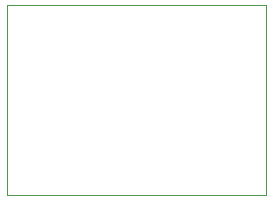
<source format=gko>
G04*
G04 #@! TF.GenerationSoftware,Altium Limited,Altium Designer,21.0.3 (12)*
G04*
G04 Layer_Color=16711935*
%FSLAX24Y24*%
%MOIN*%
G70*
G04*
G04 #@! TF.SameCoordinates,1E16EE85-DA87-49D5-AC5D-84A0441416AD*
G04*
G04*
G04 #@! TF.FilePolarity,Positive*
G04*
G01*
G75*
%ADD76C,0.0039*%
D76*
X635Y895D02*
X9265D01*
Y7200D01*
X635D02*
X9265D01*
X635Y895D02*
Y7200D01*
M02*

</source>
